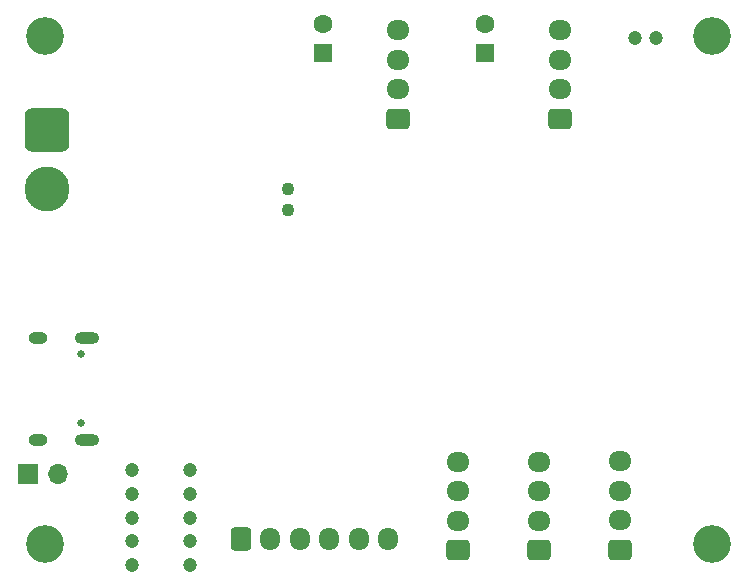
<source format=gbr>
%TF.GenerationSoftware,KiCad,Pcbnew,9.0.0*%
%TF.CreationDate,2025-04-02T22:51:41+09:00*%
%TF.ProjectId,GN10Mainboard,474e3130-4d61-4696-9e62-6f6172642e6b,rev?*%
%TF.SameCoordinates,Original*%
%TF.FileFunction,Soldermask,Bot*%
%TF.FilePolarity,Negative*%
%FSLAX46Y46*%
G04 Gerber Fmt 4.6, Leading zero omitted, Abs format (unit mm)*
G04 Created by KiCad (PCBNEW 9.0.0) date 2025-04-02 22:51:41*
%MOMM*%
%LPD*%
G01*
G04 APERTURE LIST*
G04 Aperture macros list*
%AMRoundRect*
0 Rectangle with rounded corners*
0 $1 Rounding radius*
0 $2 $3 $4 $5 $6 $7 $8 $9 X,Y pos of 4 corners*
0 Add a 4 corners polygon primitive as box body*
4,1,4,$2,$3,$4,$5,$6,$7,$8,$9,$2,$3,0*
0 Add four circle primitives for the rounded corners*
1,1,$1+$1,$2,$3*
1,1,$1+$1,$4,$5*
1,1,$1+$1,$6,$7*
1,1,$1+$1,$8,$9*
0 Add four rect primitives between the rounded corners*
20,1,$1+$1,$2,$3,$4,$5,0*
20,1,$1+$1,$4,$5,$6,$7,0*
20,1,$1+$1,$6,$7,$8,$9,0*
20,1,$1+$1,$8,$9,$2,$3,0*%
G04 Aperture macros list end*
%ADD10RoundRect,0.250000X0.725000X-0.600000X0.725000X0.600000X-0.725000X0.600000X-0.725000X-0.600000X0*%
%ADD11O,1.950000X1.700000*%
%ADD12C,3.200000*%
%ADD13R,1.600000X1.600000*%
%ADD14C,1.600000*%
%ADD15C,1.200000*%
%ADD16R,1.700000X1.700000*%
%ADD17O,1.700000X1.700000*%
%ADD18C,0.650000*%
%ADD19O,2.100000X1.000000*%
%ADD20O,1.600000X1.000000*%
%ADD21C,1.100000*%
%ADD22RoundRect,0.760000X-1.140000X1.140000X-1.140000X-1.140000X1.140000X-1.140000X1.140000X1.140000X0*%
%ADD23C,3.800000*%
%ADD24RoundRect,0.250000X-0.600000X-0.725000X0.600000X-0.725000X0.600000X0.725000X-0.600000X0.725000X0*%
%ADD25O,1.700000X1.950000*%
G04 APERTURE END LIST*
D10*
%TO.C,J8*%
X182180000Y-147019000D03*
D11*
X182180000Y-144519000D03*
X182180000Y-142019000D03*
X182180000Y-139519000D03*
%TD*%
D12*
%TO.C,REF\u002A\u002A*%
X133500000Y-103500000D03*
%TD*%
D13*
%TO.C,C29*%
X157051000Y-104954380D03*
D14*
X157051000Y-102454380D03*
%TD*%
D15*
%TO.C,SW3*%
X185245000Y-103645000D03*
X183445000Y-103645000D03*
%TD*%
D10*
%TO.C,J5*%
X177100000Y-110510000D03*
D11*
X177100000Y-108010000D03*
X177100000Y-105510000D03*
X177100000Y-103010000D03*
%TD*%
D16*
%TO.C,J2*%
X132075000Y-140589000D03*
D17*
X134615000Y-140589000D03*
%TD*%
D18*
%TO.C,J3*%
X136585000Y-130460000D03*
X136585000Y-136240000D03*
D19*
X137115000Y-129030000D03*
D20*
X132935000Y-129030000D03*
D19*
X137115000Y-137670000D03*
D20*
X132935000Y-137670000D03*
%TD*%
D13*
%TO.C,C32*%
X170767000Y-104954380D03*
D14*
X170767000Y-102454380D03*
%TD*%
D10*
%TO.C,J4*%
X163401000Y-110510000D03*
D11*
X163401000Y-108010000D03*
X163401000Y-105510000D03*
X163401000Y-103010000D03*
%TD*%
D21*
%TO.C,SW1*%
X154130000Y-118261000D03*
X154130000Y-116461000D03*
%TD*%
D15*
%TO.C,U5*%
X140895000Y-140285000D03*
X140895000Y-142285000D03*
X140895000Y-144285000D03*
X140895000Y-146285000D03*
X140895000Y-148285000D03*
X145775000Y-148285000D03*
X145775000Y-146285000D03*
X145775000Y-144285000D03*
X145775000Y-142285000D03*
X145775000Y-140285000D03*
%TD*%
D12*
%TO.C,REF\u002A\u002A*%
X190000000Y-146500000D03*
%TD*%
D22*
%TO.C,J1*%
X133683000Y-111432000D03*
D23*
X133683000Y-116432000D03*
%TD*%
D12*
%TO.C,REF\u002A\u002A*%
X190000000Y-103500000D03*
%TD*%
%TO.C,REF\u002A\u002A*%
X133500000Y-146500000D03*
%TD*%
D10*
%TO.C,J6*%
X168481000Y-147039000D03*
D11*
X168481000Y-144539000D03*
X168481000Y-142039000D03*
X168481000Y-139539000D03*
%TD*%
D10*
%TO.C,J7*%
X175339000Y-147039000D03*
D11*
X175339000Y-144539000D03*
X175339000Y-142039000D03*
X175339000Y-139539000D03*
%TD*%
D24*
%TO.C,J9*%
X150106000Y-146063000D03*
D25*
X152606000Y-146063000D03*
X155106000Y-146063000D03*
X157606000Y-146063000D03*
X160106000Y-146063000D03*
X162606000Y-146063000D03*
%TD*%
M02*

</source>
